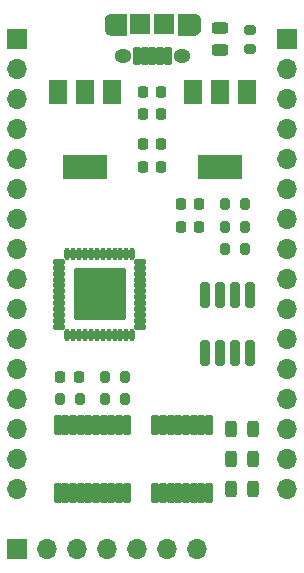
<source format=gts>
G04 #@! TF.GenerationSoftware,KiCad,Pcbnew,7.0.1*
G04 #@! TF.CreationDate,2024-07-03T15:15:49+02:00*
G04 #@! TF.ProjectId,iCE40DevBoard,69434534-3044-4657-9642-6f6172642e6b,rev?*
G04 #@! TF.SameCoordinates,Original*
G04 #@! TF.FileFunction,Soldermask,Top*
G04 #@! TF.FilePolarity,Negative*
%FSLAX46Y46*%
G04 Gerber Fmt 4.6, Leading zero omitted, Abs format (unit mm)*
G04 Created by KiCad (PCBNEW 7.0.1) date 2024-07-03 15:15:49*
%MOMM*%
%LPD*%
G01*
G04 APERTURE LIST*
G04 Aperture macros list*
%AMRoundRect*
0 Rectangle with rounded corners*
0 $1 Rounding radius*
0 $2 $3 $4 $5 $6 $7 $8 $9 X,Y pos of 4 corners*
0 Add a 4 corners polygon primitive as box body*
4,1,4,$2,$3,$4,$5,$6,$7,$8,$9,$2,$3,0*
0 Add four circle primitives for the rounded corners*
1,1,$1+$1,$2,$3*
1,1,$1+$1,$4,$5*
1,1,$1+$1,$6,$7*
1,1,$1+$1,$8,$9*
0 Add four rect primitives between the rounded corners*
20,1,$1+$1,$2,$3,$4,$5,0*
20,1,$1+$1,$4,$5,$6,$7,0*
20,1,$1+$1,$6,$7,$8,$9,0*
20,1,$1+$1,$8,$9,$2,$3,0*%
G04 Aperture macros list end*
%ADD10C,0.010000*%
%ADD11O,1.700000X1.700000*%
%ADD12R,1.700000X1.700000*%
%ADD13RoundRect,0.200000X-0.200000X-0.275000X0.200000X-0.275000X0.200000X0.275000X-0.200000X0.275000X0*%
%ADD14RoundRect,0.218750X0.218750X0.256250X-0.218750X0.256250X-0.218750X-0.256250X0.218750X-0.256250X0*%
%ADD15RoundRect,0.225000X-0.225000X-0.250000X0.225000X-0.250000X0.225000X0.250000X-0.225000X0.250000X0*%
%ADD16RoundRect,0.243750X0.243750X0.456250X-0.243750X0.456250X-0.243750X-0.456250X0.243750X-0.456250X0*%
%ADD17RoundRect,0.153250X0.153750X-0.733750X0.153750X0.733750X-0.153750X0.733750X-0.153750X-0.733750X0*%
%ADD18R,1.500000X2.000000*%
%ADD19R,3.800000X2.000000*%
%ADD20RoundRect,0.153250X-0.153750X0.733750X-0.153750X-0.733750X0.153750X-0.733750X0.153750X0.733750X0*%
%ADD21RoundRect,0.177000X-0.225000X0.910000X-0.225000X-0.910000X0.225000X-0.910000X0.225000X0.910000X0*%
%ADD22RoundRect,0.102000X0.200000X0.675000X-0.200000X0.675000X-0.200000X-0.675000X0.200000X-0.675000X0*%
%ADD23O,1.454000X1.154000*%
%ADD24RoundRect,0.102000X0.750000X0.775000X-0.750000X0.775000X-0.750000X-0.775000X0.750000X-0.775000X0*%
%ADD25RoundRect,0.200000X-0.275000X0.200000X-0.275000X-0.200000X0.275000X-0.200000X0.275000X0.200000X0*%
%ADD26RoundRect,0.193000X-0.329000X-0.039000X0.329000X-0.039000X0.329000X0.039000X-0.329000X0.039000X0*%
%ADD27RoundRect,0.193000X0.039000X-0.329000X0.039000X0.329000X-0.039000X0.329000X-0.039000X-0.329000X0*%
%ADD28RoundRect,0.193000X0.329000X0.039000X-0.329000X0.039000X-0.329000X-0.039000X0.329000X-0.039000X0*%
%ADD29RoundRect,0.193000X-0.039000X0.329000X-0.039000X-0.329000X0.039000X-0.329000X0.039000X0.329000X0*%
%ADD30RoundRect,0.102000X-2.100000X-2.100000X2.100000X-2.100000X2.100000X2.100000X-2.100000X2.100000X0*%
%ADD31RoundRect,0.243750X-0.456250X0.243750X-0.456250X-0.243750X0.456250X-0.243750X0.456250X0.243750X0*%
G04 APERTURE END LIST*
D10*
X192759000Y-48656000D02*
X192787000Y-48658000D01*
X192815000Y-48662000D01*
X192843000Y-48667000D01*
X192871000Y-48674000D01*
X192898000Y-48682000D01*
X192925000Y-48691000D01*
X192952000Y-48702000D01*
X192977000Y-48714000D01*
X193002000Y-48728000D01*
X193027000Y-48743000D01*
X193050000Y-48759000D01*
X193073000Y-48776000D01*
X193095000Y-48795000D01*
X193115000Y-48815000D01*
X193135000Y-48835000D01*
X193154000Y-48857000D01*
X193171000Y-48880000D01*
X193187000Y-48903000D01*
X193202000Y-48927000D01*
X193216000Y-48953000D01*
X193228000Y-48978000D01*
X193239000Y-49005000D01*
X193248000Y-49032000D01*
X193256000Y-49059000D01*
X193263000Y-49087000D01*
X193268000Y-49115000D01*
X193272000Y-49143000D01*
X193274000Y-49171000D01*
X193275000Y-49200000D01*
X193275000Y-49860000D01*
X193274000Y-49889000D01*
X193272000Y-49917000D01*
X193268000Y-49945000D01*
X193263000Y-49973000D01*
X193256000Y-50001000D01*
X193248000Y-50028000D01*
X193239000Y-50055000D01*
X193228000Y-50082000D01*
X193216000Y-50107000D01*
X193202000Y-50133000D01*
X193187000Y-50157000D01*
X193171000Y-50180000D01*
X193154000Y-50203000D01*
X193135000Y-50225000D01*
X193115000Y-50245000D01*
X193095000Y-50265000D01*
X193073000Y-50284000D01*
X193050000Y-50301000D01*
X193027000Y-50317000D01*
X193002000Y-50332000D01*
X192977000Y-50346000D01*
X192952000Y-50358000D01*
X192925000Y-50369000D01*
X192898000Y-50378000D01*
X192871000Y-50386000D01*
X192843000Y-50393000D01*
X192815000Y-50398000D01*
X192787000Y-50402000D01*
X192759000Y-50404000D01*
X192730000Y-50405000D01*
X191430000Y-50405000D01*
X191430000Y-48655000D01*
X192730000Y-48655000D01*
X192759000Y-48656000D01*
G36*
X192759000Y-48656000D02*
G01*
X192787000Y-48658000D01*
X192815000Y-48662000D01*
X192843000Y-48667000D01*
X192871000Y-48674000D01*
X192898000Y-48682000D01*
X192925000Y-48691000D01*
X192952000Y-48702000D01*
X192977000Y-48714000D01*
X193002000Y-48728000D01*
X193027000Y-48743000D01*
X193050000Y-48759000D01*
X193073000Y-48776000D01*
X193095000Y-48795000D01*
X193115000Y-48815000D01*
X193135000Y-48835000D01*
X193154000Y-48857000D01*
X193171000Y-48880000D01*
X193187000Y-48903000D01*
X193202000Y-48927000D01*
X193216000Y-48953000D01*
X193228000Y-48978000D01*
X193239000Y-49005000D01*
X193248000Y-49032000D01*
X193256000Y-49059000D01*
X193263000Y-49087000D01*
X193268000Y-49115000D01*
X193272000Y-49143000D01*
X193274000Y-49171000D01*
X193275000Y-49200000D01*
X193275000Y-49860000D01*
X193274000Y-49889000D01*
X193272000Y-49917000D01*
X193268000Y-49945000D01*
X193263000Y-49973000D01*
X193256000Y-50001000D01*
X193248000Y-50028000D01*
X193239000Y-50055000D01*
X193228000Y-50082000D01*
X193216000Y-50107000D01*
X193202000Y-50133000D01*
X193187000Y-50157000D01*
X193171000Y-50180000D01*
X193154000Y-50203000D01*
X193135000Y-50225000D01*
X193115000Y-50245000D01*
X193095000Y-50265000D01*
X193073000Y-50284000D01*
X193050000Y-50301000D01*
X193027000Y-50317000D01*
X193002000Y-50332000D01*
X192977000Y-50346000D01*
X192952000Y-50358000D01*
X192925000Y-50369000D01*
X192898000Y-50378000D01*
X192871000Y-50386000D01*
X192843000Y-50393000D01*
X192815000Y-50398000D01*
X192787000Y-50402000D01*
X192759000Y-50404000D01*
X192730000Y-50405000D01*
X191430000Y-50405000D01*
X191430000Y-48655000D01*
X192730000Y-48655000D01*
X192759000Y-48656000D01*
G37*
X187030000Y-50405000D02*
X185730000Y-50405000D01*
X185701000Y-50404000D01*
X185673000Y-50402000D01*
X185645000Y-50398000D01*
X185617000Y-50393000D01*
X185589000Y-50386000D01*
X185562000Y-50378000D01*
X185535000Y-50369000D01*
X185508000Y-50358000D01*
X185483000Y-50346000D01*
X185458000Y-50332000D01*
X185433000Y-50317000D01*
X185410000Y-50301000D01*
X185387000Y-50284000D01*
X185365000Y-50265000D01*
X185345000Y-50245000D01*
X185325000Y-50225000D01*
X185306000Y-50203000D01*
X185289000Y-50180000D01*
X185273000Y-50157000D01*
X185258000Y-50133000D01*
X185244000Y-50107000D01*
X185232000Y-50082000D01*
X185221000Y-50055000D01*
X185212000Y-50028000D01*
X185204000Y-50001000D01*
X185197000Y-49973000D01*
X185192000Y-49945000D01*
X185188000Y-49917000D01*
X185186000Y-49889000D01*
X185185000Y-49860000D01*
X185185000Y-49200000D01*
X185186000Y-49171000D01*
X185188000Y-49143000D01*
X185192000Y-49115000D01*
X185197000Y-49087000D01*
X185204000Y-49059000D01*
X185212000Y-49032000D01*
X185221000Y-49005000D01*
X185232000Y-48978000D01*
X185244000Y-48953000D01*
X185258000Y-48927000D01*
X185273000Y-48903000D01*
X185289000Y-48880000D01*
X185306000Y-48857000D01*
X185325000Y-48835000D01*
X185345000Y-48815000D01*
X185365000Y-48795000D01*
X185387000Y-48776000D01*
X185410000Y-48759000D01*
X185433000Y-48743000D01*
X185458000Y-48728000D01*
X185483000Y-48714000D01*
X185508000Y-48702000D01*
X185535000Y-48691000D01*
X185562000Y-48682000D01*
X185589000Y-48674000D01*
X185617000Y-48667000D01*
X185645000Y-48662000D01*
X185673000Y-48658000D01*
X185701000Y-48656000D01*
X185730000Y-48655000D01*
X187030000Y-48655000D01*
X187030000Y-50405000D01*
G36*
X187030000Y-50405000D02*
G01*
X185730000Y-50405000D01*
X185701000Y-50404000D01*
X185673000Y-50402000D01*
X185645000Y-50398000D01*
X185617000Y-50393000D01*
X185589000Y-50386000D01*
X185562000Y-50378000D01*
X185535000Y-50369000D01*
X185508000Y-50358000D01*
X185483000Y-50346000D01*
X185458000Y-50332000D01*
X185433000Y-50317000D01*
X185410000Y-50301000D01*
X185387000Y-50284000D01*
X185365000Y-50265000D01*
X185345000Y-50245000D01*
X185325000Y-50225000D01*
X185306000Y-50203000D01*
X185289000Y-50180000D01*
X185273000Y-50157000D01*
X185258000Y-50133000D01*
X185244000Y-50107000D01*
X185232000Y-50082000D01*
X185221000Y-50055000D01*
X185212000Y-50028000D01*
X185204000Y-50001000D01*
X185197000Y-49973000D01*
X185192000Y-49945000D01*
X185188000Y-49917000D01*
X185186000Y-49889000D01*
X185185000Y-49860000D01*
X185185000Y-49200000D01*
X185186000Y-49171000D01*
X185188000Y-49143000D01*
X185192000Y-49115000D01*
X185197000Y-49087000D01*
X185204000Y-49059000D01*
X185212000Y-49032000D01*
X185221000Y-49005000D01*
X185232000Y-48978000D01*
X185244000Y-48953000D01*
X185258000Y-48927000D01*
X185273000Y-48903000D01*
X185289000Y-48880000D01*
X185306000Y-48857000D01*
X185325000Y-48835000D01*
X185345000Y-48815000D01*
X185365000Y-48795000D01*
X185387000Y-48776000D01*
X185410000Y-48759000D01*
X185433000Y-48743000D01*
X185458000Y-48728000D01*
X185483000Y-48714000D01*
X185508000Y-48702000D01*
X185535000Y-48691000D01*
X185562000Y-48682000D01*
X185589000Y-48674000D01*
X185617000Y-48667000D01*
X185645000Y-48662000D01*
X185673000Y-48658000D01*
X185701000Y-48656000D01*
X185730000Y-48655000D01*
X187030000Y-48655000D01*
X187030000Y-50405000D01*
G37*
D11*
X177800000Y-88900000D03*
X177800000Y-86360000D03*
X177800000Y-83820000D03*
X177800000Y-81280000D03*
X177800000Y-78740000D03*
X177800000Y-76200000D03*
X177800000Y-73660000D03*
X177800000Y-71120000D03*
X177800000Y-68580000D03*
X177800000Y-66040000D03*
X177800000Y-63500000D03*
X177800000Y-60960000D03*
X177800000Y-58420000D03*
X177800000Y-55880000D03*
X177800000Y-53340000D03*
D12*
X177800000Y-50800000D03*
D13*
X185230000Y-79375000D03*
X186880000Y-79375000D03*
D14*
X181457500Y-79375000D03*
X183032500Y-79375000D03*
D11*
X193040000Y-93980000D03*
X190500000Y-93980000D03*
X187960000Y-93980000D03*
X185420000Y-93980000D03*
X182880000Y-93980000D03*
X180340000Y-93980000D03*
D12*
X177800000Y-93980000D03*
D15*
X191630000Y-64770000D03*
X193180000Y-64770000D03*
X188455000Y-57150000D03*
X190005000Y-57150000D03*
D13*
X195390000Y-64770000D03*
X197040000Y-64770000D03*
X181420000Y-81280000D03*
X183070000Y-81280000D03*
D15*
X188455000Y-61595000D03*
X190005000Y-61595000D03*
D16*
X197787500Y-88900000D03*
X195912500Y-88900000D03*
D17*
X189495000Y-89230000D03*
X190145000Y-89230000D03*
X190795000Y-89230000D03*
X191445000Y-89230000D03*
X192095000Y-89230000D03*
X192745000Y-89230000D03*
X193395000Y-89230000D03*
X194045000Y-89230000D03*
X194045000Y-83490000D03*
X193395000Y-83490000D03*
X192745000Y-83490000D03*
X192095000Y-83490000D03*
X191445000Y-83490000D03*
X190795000Y-83490000D03*
X190145000Y-83490000D03*
X189495000Y-83490000D03*
D13*
X195390000Y-68580000D03*
X197040000Y-68580000D03*
D18*
X185815000Y-55295000D03*
X183515000Y-55295000D03*
D19*
X183515000Y-61595000D03*
D18*
X181215000Y-55295000D03*
D15*
X191630000Y-66675000D03*
X193180000Y-66675000D03*
D20*
X187075000Y-83490000D03*
X186425000Y-83490000D03*
X185775000Y-83490000D03*
X185125000Y-83490000D03*
X184475000Y-83490000D03*
X183825000Y-83490000D03*
X183175000Y-83490000D03*
X182525000Y-83490000D03*
X181875000Y-83490000D03*
X181225000Y-83490000D03*
X181225000Y-89230000D03*
X181875000Y-89230000D03*
X182525000Y-89230000D03*
X183175000Y-89230000D03*
X183825000Y-89230000D03*
X184475000Y-89230000D03*
X185125000Y-89230000D03*
X185775000Y-89230000D03*
X186425000Y-89230000D03*
X187075000Y-89230000D03*
D21*
X197485000Y-72460000D03*
X196215000Y-72460000D03*
X194945000Y-72460000D03*
X193675000Y-72460000D03*
X193675000Y-77400000D03*
X194945000Y-77400000D03*
X196215000Y-77400000D03*
X197485000Y-77400000D03*
D13*
X195390000Y-66675000D03*
X197040000Y-66675000D03*
D16*
X197787500Y-86360000D03*
X195912500Y-86360000D03*
X197787500Y-83820000D03*
X195912500Y-83820000D03*
D18*
X197245000Y-55270000D03*
X194945000Y-55270000D03*
D19*
X194945000Y-61570000D03*
D18*
X192645000Y-55270000D03*
D13*
X185230000Y-81280000D03*
X186880000Y-81280000D03*
D22*
X190530000Y-52205000D03*
X189880000Y-52205000D03*
X189230000Y-52205000D03*
X188580000Y-52205000D03*
X187930000Y-52205000D03*
D23*
X191730000Y-52230000D03*
D24*
X190230000Y-49530000D03*
X188230000Y-49530000D03*
D23*
X186730000Y-52230000D03*
D25*
X197485000Y-49975000D03*
X197485000Y-51625000D03*
D15*
X188455000Y-59690000D03*
X190005000Y-59690000D03*
D12*
X200660000Y-50800000D03*
D11*
X200660000Y-53340000D03*
X200660000Y-55880000D03*
X200660000Y-58420000D03*
X200660000Y-60960000D03*
X200660000Y-63500000D03*
X200660000Y-66040000D03*
X200660000Y-68580000D03*
X200660000Y-71120000D03*
X200660000Y-73660000D03*
X200660000Y-76200000D03*
X200660000Y-78740000D03*
X200660000Y-81280000D03*
X200660000Y-83820000D03*
X200660000Y-86360000D03*
X200660000Y-88900000D03*
D15*
X188455000Y-55245000D03*
X190005000Y-55245000D03*
D26*
X181350000Y-69640000D03*
X181350000Y-70140000D03*
X181350000Y-70640000D03*
X181350000Y-71140000D03*
X181350000Y-71640000D03*
X181350000Y-72140000D03*
X181350000Y-72640000D03*
X181350000Y-73140000D03*
X181350000Y-73640000D03*
X181350000Y-74140000D03*
X181350000Y-74640000D03*
X181350000Y-75140000D03*
D27*
X182035000Y-75825000D03*
X182535000Y-75825000D03*
X183035000Y-75825000D03*
X183535000Y-75825000D03*
X184035000Y-75825000D03*
X184535000Y-75825000D03*
X185035000Y-75825000D03*
X185535000Y-75825000D03*
X186035000Y-75825000D03*
X186535000Y-75825000D03*
X187035000Y-75825000D03*
X187535000Y-75825000D03*
D28*
X188220000Y-75140000D03*
X188220000Y-74640000D03*
X188220000Y-74140000D03*
X188220000Y-73640000D03*
X188220000Y-73140000D03*
X188220000Y-72640000D03*
X188220000Y-72140000D03*
X188220000Y-71640000D03*
X188220000Y-71140000D03*
X188220000Y-70640000D03*
X188220000Y-70140000D03*
X188220000Y-69640000D03*
D29*
X187535000Y-68955000D03*
X187035000Y-68955000D03*
X186535000Y-68955000D03*
X186035000Y-68955000D03*
X185535000Y-68955000D03*
X185035000Y-68955000D03*
X184535000Y-68955000D03*
X184035000Y-68955000D03*
X183535000Y-68955000D03*
X183035000Y-68955000D03*
X182535000Y-68955000D03*
X182035000Y-68955000D03*
D30*
X184785000Y-72390000D03*
D31*
X194945000Y-49862500D03*
X194945000Y-51737500D03*
M02*

</source>
